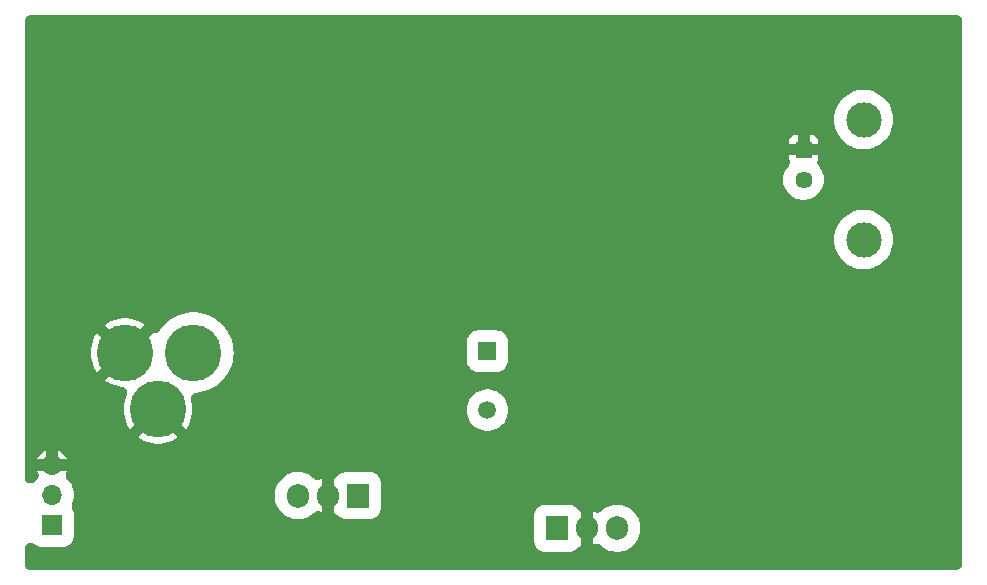
<source format=gbl>
%TF.GenerationSoftware,KiCad,Pcbnew,8.0.3-8.0.3-0~ubuntu23.10.1*%
%TF.CreationDate,2024-11-23T00:09:23-05:00*%
%TF.ProjectId,28mhz_class_e_amplifier_for_pi,32386d68-7a5f-4636-9c61-73735f655f61,alpha*%
%TF.SameCoordinates,Original*%
%TF.FileFunction,Copper,L2,Bot*%
%TF.FilePolarity,Positive*%
%FSLAX46Y46*%
G04 Gerber Fmt 4.6, Leading zero omitted, Abs format (unit mm)*
G04 Created by KiCad (PCBNEW 8.0.3-8.0.3-0~ubuntu23.10.1) date 2024-11-23 00:09:23*
%MOMM*%
%LPD*%
G01*
G04 APERTURE LIST*
%TA.AperFunction,ComponentPad*%
%ADD10R,1.446000X1.446000*%
%TD*%
%TA.AperFunction,ComponentPad*%
%ADD11C,1.446000*%
%TD*%
%TA.AperFunction,ComponentPad*%
%ADD12C,3.000000*%
%TD*%
%TA.AperFunction,ComponentPad*%
%ADD13R,1.700000X1.700000*%
%TD*%
%TA.AperFunction,ComponentPad*%
%ADD14O,1.700000X1.700000*%
%TD*%
%TA.AperFunction,ComponentPad*%
%ADD15O,1.905000X2.000000*%
%TD*%
%TA.AperFunction,ComponentPad*%
%ADD16R,1.905000X2.000000*%
%TD*%
%TA.AperFunction,ComponentPad*%
%ADD17C,4.800000*%
%TD*%
%TA.AperFunction,ComponentPad*%
%ADD18R,1.500000X1.500000*%
%TD*%
%TA.AperFunction,ComponentPad*%
%ADD19C,1.500000*%
%TD*%
%TA.AperFunction,ViaPad*%
%ADD20C,1.500000*%
%TD*%
%TA.AperFunction,ViaPad*%
%ADD21C,0.600000*%
%TD*%
%TA.AperFunction,Conductor*%
%ADD22C,0.200000*%
%TD*%
G04 APERTURE END LIST*
D10*
%TO.P,J1,1,In*%
%TO.N,0*%
X171975000Y-68360000D03*
D11*
%TO.P,J1,2,Ext*%
%TO.N,Net-(J1-In)*%
X171975000Y-70900000D03*
D12*
%TO.P,J1,MH1*%
%TO.N,N/C*%
X177055000Y-65820000D03*
%TO.P,J1,MH2*%
X177055000Y-75980000D03*
%TD*%
D13*
%TO.P,J3,1,Pin_1*%
%TO.N,Net-(J3-Pin_1)*%
X108350000Y-100155000D03*
D14*
%TO.P,J3,2,Pin_2*%
%TO.N,Net-(J3-Pin_2)*%
X108350000Y-97615000D03*
%TO.P,J3,3,Pin_3*%
%TO.N,0*%
X108350000Y-95075000D03*
%TD*%
D15*
%TO.P,RD16HHF1,1,D*%
%TO.N,0*%
X153640000Y-100425000D03*
D16*
%TO.P,RD16HHF1,2,G*%
%TO.N,Net-(M1-G)*%
X151100000Y-100425000D03*
D15*
%TO.P,RD16HHF1,3,S*%
%TO.N,Net-(M1-D)*%
X156180000Y-100425000D03*
%TD*%
D17*
%TO.P,J2,1,POWER*%
%TO.N,Net-(J2-POWER)*%
X120309500Y-85550000D03*
%TO.P,J2,2,GND_1*%
%TO.N,0*%
X114509500Y-85550000D03*
%TO.P,J2,3,GND_2*%
X117309500Y-90350000D03*
%TD*%
D16*
%TO.P,LM7805,1,VI*%
%TO.N,Net-(J2-POWER)*%
X134240000Y-97655000D03*
D15*
%TO.P,LM7805,2,GND*%
%TO.N,0*%
X131700000Y-97655000D03*
%TO.P,LM7805,3,VO*%
%TO.N,Net-(J3-Pin_1)*%
X129160000Y-97655000D03*
%TD*%
D18*
%TO.P,L1,1*%
%TO.N,Net-(J2-POWER)*%
X145200000Y-85425000D03*
D19*
%TO.P,L1,2*%
%TO.N,Net-(M1-D)*%
X145200000Y-90425000D03*
%TD*%
D20*
%TO.N,0*%
X138450000Y-72875000D03*
D21*
X130650000Y-72875000D03*
X163500000Y-73250000D03*
X127700000Y-83250000D03*
X131050000Y-73400000D03*
X129900000Y-101950000D03*
X163100000Y-72725000D03*
X128225000Y-82850000D03*
X162000000Y-100150000D03*
X131450000Y-72875000D03*
X151500000Y-73300000D03*
X134750000Y-102350000D03*
X151900000Y-72775000D03*
X151100000Y-72775000D03*
X126500000Y-91350000D03*
X130425000Y-102350000D03*
X134225000Y-102750000D03*
X163900000Y-72725000D03*
X134225000Y-101950000D03*
X162000000Y-100950000D03*
X127700000Y-82450000D03*
X162525000Y-100550000D03*
X129900000Y-102750000D03*
X127375000Y-91350000D03*
%TD*%
D22*
%TO.N,0*%
X134550000Y-102325000D02*
X134525000Y-102350000D01*
X151400000Y-72850000D02*
X151475000Y-72925000D01*
X108350000Y-95075000D02*
X108350000Y-95100000D01*
X138300000Y-73025000D02*
X138475000Y-72850000D01*
X163690000Y-73040000D02*
X163575000Y-72925000D01*
%TD*%
%TA.AperFunction,Conductor*%
%TO.N,0*%
G36*
X185041585Y-56995213D02*
G01*
X185170780Y-57054214D01*
X185278119Y-57147224D01*
X185354906Y-57266708D01*
X185394921Y-57402985D01*
X185400000Y-57474000D01*
X185400000Y-103451000D01*
X185379787Y-103591585D01*
X185320786Y-103720780D01*
X185227776Y-103828119D01*
X185108292Y-103904906D01*
X184972015Y-103944921D01*
X184901000Y-103950000D01*
X106524000Y-103950000D01*
X106383415Y-103929787D01*
X106254220Y-103870786D01*
X106146881Y-103777776D01*
X106070094Y-103658292D01*
X106030079Y-103522015D01*
X106025000Y-103451000D01*
X106025000Y-102143976D01*
X106045213Y-102003391D01*
X106104214Y-101874196D01*
X106197224Y-101766857D01*
X106316708Y-101690070D01*
X106452985Y-101650055D01*
X106595015Y-101650055D01*
X106731292Y-101690070D01*
X106839336Y-101757241D01*
X106946593Y-101844698D01*
X107126951Y-101938909D01*
X107322582Y-101994886D01*
X107441963Y-102005500D01*
X109258036Y-102005499D01*
X109377418Y-101994886D01*
X109573049Y-101938909D01*
X109753407Y-101844698D01*
X109874297Y-101746125D01*
X109911108Y-101716110D01*
X109911110Y-101716108D01*
X109964969Y-101650055D01*
X110039698Y-101558407D01*
X110133909Y-101378049D01*
X110189886Y-101182418D01*
X110200500Y-101063037D01*
X110200499Y-99246964D01*
X110189886Y-99127582D01*
X110133909Y-98931951D01*
X110120357Y-98906007D01*
X110061785Y-98793875D01*
X110014611Y-98659908D01*
X110007091Y-98518077D01*
X110036541Y-98388459D01*
X110130077Y-98137677D01*
X110186343Y-97879026D01*
X110205227Y-97615000D01*
X110195535Y-97479494D01*
X127207000Y-97479494D01*
X127207000Y-97830505D01*
X127240416Y-98084327D01*
X127306677Y-98331615D01*
X127306679Y-98331622D01*
X127404648Y-98568140D01*
X127532651Y-98789849D01*
X127532661Y-98789864D01*
X127688506Y-98992964D01*
X127688507Y-98992965D01*
X127869535Y-99173993D01*
X128072643Y-99329844D01*
X128136947Y-99366970D01*
X128294359Y-99457851D01*
X128424741Y-99511857D01*
X128530882Y-99555822D01*
X128778171Y-99622083D01*
X129031994Y-99655500D01*
X129031995Y-99655500D01*
X129288005Y-99655500D01*
X129288006Y-99655500D01*
X129541829Y-99622083D01*
X129789118Y-99555822D01*
X130025643Y-99457850D01*
X130247357Y-99329844D01*
X130450465Y-99173993D01*
X130510756Y-99113701D01*
X130624450Y-99028591D01*
X130757525Y-98978955D01*
X130899193Y-98968822D01*
X131037977Y-98999012D01*
X131090139Y-99021939D01*
X131142429Y-99048582D01*
X131200000Y-99067287D01*
X131200000Y-97888974D01*
X131259890Y-97992708D01*
X131362292Y-98095110D01*
X131487708Y-98167518D01*
X131627591Y-98205000D01*
X131772409Y-98205000D01*
X131912292Y-98167518D01*
X132037708Y-98095110D01*
X132140110Y-97992708D01*
X132200000Y-97888974D01*
X132200000Y-99067288D01*
X132324008Y-99157386D01*
X132391819Y-99186042D01*
X132501772Y-99275947D01*
X132520877Y-99298026D01*
X132576393Y-99366112D01*
X132734089Y-99494695D01*
X132734093Y-99494698D01*
X132914451Y-99588909D01*
X133110082Y-99644886D01*
X133229463Y-99655500D01*
X135250536Y-99655499D01*
X135369918Y-99644886D01*
X135565549Y-99588909D01*
X135745907Y-99494698D01*
X135902553Y-99366970D01*
X135902562Y-99366963D01*
X149147000Y-99366963D01*
X149147000Y-99366969D01*
X149147000Y-99366970D01*
X149147000Y-101483030D01*
X149157614Y-101602417D01*
X149213590Y-101798046D01*
X149213595Y-101798057D01*
X149307802Y-101978407D01*
X149307804Y-101978410D01*
X149436389Y-102136108D01*
X149436391Y-102136110D01*
X149594089Y-102264695D01*
X149594093Y-102264698D01*
X149774451Y-102358909D01*
X149970082Y-102414886D01*
X150089463Y-102425500D01*
X152110536Y-102425499D01*
X152229918Y-102414886D01*
X152425549Y-102358909D01*
X152605907Y-102264698D01*
X152763609Y-102136109D01*
X152819123Y-102068025D01*
X152923626Y-101971846D01*
X153020767Y-101923916D01*
X153140000Y-101837288D01*
X153140000Y-100658974D01*
X153199890Y-100762708D01*
X153302292Y-100865110D01*
X153427708Y-100937518D01*
X153567591Y-100975000D01*
X153712409Y-100975000D01*
X153852292Y-100937518D01*
X153977708Y-100865110D01*
X154080110Y-100762708D01*
X154140000Y-100658974D01*
X154140000Y-101837287D01*
X154197567Y-101818583D01*
X154249857Y-101791940D01*
X154384295Y-101746125D01*
X154526195Y-101740042D01*
X154664061Y-101774182D01*
X154786724Y-101845782D01*
X154829247Y-101883705D01*
X154889535Y-101943993D01*
X155092643Y-102099844D01*
X155155454Y-102136108D01*
X155314359Y-102227851D01*
X155550877Y-102325820D01*
X155550882Y-102325822D01*
X155798171Y-102392083D01*
X156051994Y-102425500D01*
X156051995Y-102425500D01*
X156308005Y-102425500D01*
X156308006Y-102425500D01*
X156561829Y-102392083D01*
X156809118Y-102325822D01*
X157045643Y-102227850D01*
X157267357Y-102099844D01*
X157470465Y-101943993D01*
X157651493Y-101762965D01*
X157807344Y-101559857D01*
X157935350Y-101338143D01*
X158033322Y-101101618D01*
X158099583Y-100854329D01*
X158133000Y-100600506D01*
X158133000Y-100249494D01*
X158099583Y-99995671D01*
X158033322Y-99748382D01*
X157994849Y-99655499D01*
X157935351Y-99511859D01*
X157925441Y-99494695D01*
X157807344Y-99290143D01*
X157774211Y-99246964D01*
X157651493Y-99087035D01*
X157470464Y-98906006D01*
X157267364Y-98750161D01*
X157267360Y-98750158D01*
X157267357Y-98750156D01*
X157267353Y-98750153D01*
X157267349Y-98750151D01*
X157045640Y-98622148D01*
X156809122Y-98524179D01*
X156809115Y-98524177D01*
X156561827Y-98457916D01*
X156346488Y-98429566D01*
X156308006Y-98424500D01*
X156051994Y-98424500D01*
X156018578Y-98428899D01*
X155798172Y-98457916D01*
X155550884Y-98524177D01*
X155550877Y-98524179D01*
X155314359Y-98622148D01*
X155092650Y-98750151D01*
X155092635Y-98750161D01*
X154889538Y-98906004D01*
X154829245Y-98966297D01*
X154715543Y-99051411D01*
X154582468Y-99101045D01*
X154440799Y-99111176D01*
X154302015Y-99080985D01*
X154249862Y-99058062D01*
X154197564Y-99031415D01*
X154140000Y-99012710D01*
X154140000Y-100191025D01*
X154080110Y-100087292D01*
X153977708Y-99984890D01*
X153852292Y-99912482D01*
X153712409Y-99875000D01*
X153567591Y-99875000D01*
X153427708Y-99912482D01*
X153302292Y-99984890D01*
X153199890Y-100087292D01*
X153140000Y-100191025D01*
X153140000Y-99012710D01*
X153015978Y-98922605D01*
X152948159Y-98893942D01*
X152838210Y-98804032D01*
X152819119Y-98781969D01*
X152763606Y-98713887D01*
X152605910Y-98585304D01*
X152605907Y-98585302D01*
X152425557Y-98491095D01*
X152425554Y-98491093D01*
X152425549Y-98491091D01*
X152309607Y-98457916D01*
X152229918Y-98435114D01*
X152110537Y-98424500D01*
X152110529Y-98424500D01*
X150089469Y-98424500D01*
X149970082Y-98435114D01*
X149774453Y-98491090D01*
X149774442Y-98491095D01*
X149594092Y-98585302D01*
X149594089Y-98585304D01*
X149436391Y-98713889D01*
X149436389Y-98713891D01*
X149307804Y-98871589D01*
X149307802Y-98871592D01*
X149213595Y-99051942D01*
X149213590Y-99051953D01*
X149157791Y-99246963D01*
X149157614Y-99247582D01*
X149147000Y-99366963D01*
X135902562Y-99366963D01*
X135903608Y-99366110D01*
X135903610Y-99366108D01*
X135965551Y-99290143D01*
X136032198Y-99208407D01*
X136126409Y-99028049D01*
X136182386Y-98832418D01*
X136193000Y-98713037D01*
X136192999Y-96596964D01*
X136182386Y-96477582D01*
X136126409Y-96281951D01*
X136032198Y-96101593D01*
X135959122Y-96011972D01*
X135903610Y-95943891D01*
X135903608Y-95943889D01*
X135745910Y-95815304D01*
X135745907Y-95815302D01*
X135565557Y-95721095D01*
X135565554Y-95721093D01*
X135565549Y-95721091D01*
X135449607Y-95687916D01*
X135369918Y-95665114D01*
X135250537Y-95654500D01*
X135250529Y-95654500D01*
X133229469Y-95654500D01*
X133110082Y-95665114D01*
X132914453Y-95721090D01*
X132914442Y-95721095D01*
X132734092Y-95815302D01*
X132734089Y-95815304D01*
X132576394Y-95943887D01*
X132520878Y-96011972D01*
X132416370Y-96108153D01*
X132319257Y-96156066D01*
X132200000Y-96242710D01*
X132200000Y-97421025D01*
X132140110Y-97317292D01*
X132037708Y-97214890D01*
X131912292Y-97142482D01*
X131772409Y-97105000D01*
X131627591Y-97105000D01*
X131487708Y-97142482D01*
X131362292Y-97214890D01*
X131259890Y-97317292D01*
X131200000Y-97421025D01*
X131200000Y-96242710D01*
X131142435Y-96261415D01*
X131142428Y-96261418D01*
X131090134Y-96288063D01*
X130955695Y-96333875D01*
X130813795Y-96339957D01*
X130675930Y-96305813D01*
X130553269Y-96234212D01*
X130510752Y-96196294D01*
X130450464Y-96136006D01*
X130247364Y-95980161D01*
X130247360Y-95980158D01*
X130247357Y-95980156D01*
X130247353Y-95980153D01*
X130247349Y-95980151D01*
X130025640Y-95852148D01*
X129789122Y-95754179D01*
X129789115Y-95754177D01*
X129541827Y-95687916D01*
X129326488Y-95659566D01*
X129288006Y-95654500D01*
X129031994Y-95654500D01*
X128998578Y-95658899D01*
X128778172Y-95687916D01*
X128530884Y-95754177D01*
X128530877Y-95754179D01*
X128294359Y-95852148D01*
X128072650Y-95980151D01*
X128072635Y-95980161D01*
X127869535Y-96136006D01*
X127688506Y-96317035D01*
X127532661Y-96520135D01*
X127532651Y-96520150D01*
X127404648Y-96741859D01*
X127306679Y-96978377D01*
X127306677Y-96978384D01*
X127240416Y-97225672D01*
X127207000Y-97479494D01*
X110195535Y-97479494D01*
X110186343Y-97350974D01*
X110130077Y-97092322D01*
X110037574Y-96844311D01*
X110037574Y-96844310D01*
X109997538Y-96770992D01*
X109910716Y-96611989D01*
X109752087Y-96400085D01*
X109637410Y-96285408D01*
X109552295Y-96171708D01*
X109502661Y-96038633D01*
X109492528Y-95896965D01*
X109522719Y-95758180D01*
X109538010Y-95721675D01*
X109606406Y-95575000D01*
X108415826Y-95575000D01*
X108542993Y-95540925D01*
X108657007Y-95475099D01*
X108750099Y-95382007D01*
X108815925Y-95267993D01*
X108850000Y-95140826D01*
X108850000Y-95009174D01*
X108815925Y-94882007D01*
X108750099Y-94767993D01*
X108657007Y-94674901D01*
X108542993Y-94609075D01*
X108415826Y-94575000D01*
X108850000Y-94575000D01*
X109606406Y-94575000D01*
X109523601Y-94397424D01*
X109523598Y-94397420D01*
X109388111Y-94203923D01*
X109388106Y-94203917D01*
X109221083Y-94036894D01*
X109221078Y-94036890D01*
X109027577Y-93901398D01*
X108850000Y-93818592D01*
X108850000Y-94575000D01*
X108415826Y-94575000D01*
X108284174Y-94575000D01*
X108157007Y-94609075D01*
X108042993Y-94674901D01*
X107949901Y-94767993D01*
X107884075Y-94882007D01*
X107850000Y-95009174D01*
X107850000Y-95140826D01*
X107884075Y-95267993D01*
X107949901Y-95382007D01*
X108042993Y-95475099D01*
X108157007Y-95540925D01*
X108284174Y-95575000D01*
X107093592Y-95575000D01*
X107161989Y-95721676D01*
X107203084Y-95857631D01*
X107204211Y-95999657D01*
X107165279Y-96136247D01*
X107089442Y-96256336D01*
X107062590Y-96285408D01*
X106947912Y-96400085D01*
X106923468Y-96432740D01*
X106823036Y-96533170D01*
X106698379Y-96601236D01*
X106559594Y-96631426D01*
X106417926Y-96621292D01*
X106284851Y-96571657D01*
X106171151Y-96486540D01*
X106086036Y-96372839D01*
X106036403Y-96239763D01*
X106025000Y-96133697D01*
X106025000Y-94575000D01*
X107093594Y-94575000D01*
X107850000Y-94575000D01*
X107850000Y-93818593D01*
X107672420Y-93901400D01*
X107478923Y-94036888D01*
X107478917Y-94036893D01*
X107311893Y-94203917D01*
X107311888Y-94203923D01*
X107176401Y-94397420D01*
X107176398Y-94397424D01*
X107093594Y-94575000D01*
X106025000Y-94575000D01*
X106025000Y-85550000D01*
X111604585Y-85550000D01*
X111624226Y-85887237D01*
X111682884Y-86219906D01*
X111682889Y-86219930D01*
X111779773Y-86543541D01*
X111913573Y-86853722D01*
X112082481Y-87146279D01*
X112135242Y-87217149D01*
X112135243Y-87217150D01*
X113081228Y-86271164D01*
X113141057Y-86388583D01*
X113289088Y-86592330D01*
X113467170Y-86770412D01*
X113670917Y-86918443D01*
X113788334Y-86978270D01*
X112842187Y-87924417D01*
X113057042Y-88065730D01*
X113358916Y-88217337D01*
X113358917Y-88217338D01*
X113676359Y-88332877D01*
X113676369Y-88332880D01*
X114005059Y-88410781D01*
X114274793Y-88442309D01*
X114412080Y-88478706D01*
X114533552Y-88552308D01*
X114629368Y-88657150D01*
X114691764Y-88784740D01*
X114715688Y-88924741D01*
X114699199Y-89065811D01*
X114675052Y-89135579D01*
X114579773Y-89356458D01*
X114482889Y-89680069D01*
X114482884Y-89680093D01*
X114424226Y-90012762D01*
X114404585Y-90350000D01*
X114424226Y-90687237D01*
X114482884Y-91019906D01*
X114482889Y-91019930D01*
X114579773Y-91343541D01*
X114713573Y-91653722D01*
X114882481Y-91946279D01*
X114935242Y-92017149D01*
X115881228Y-91071163D01*
X115941057Y-91188583D01*
X116089088Y-91392330D01*
X116267170Y-91570412D01*
X116470917Y-91718443D01*
X116588334Y-91778270D01*
X115642187Y-92724417D01*
X115857042Y-92865730D01*
X116158916Y-93017337D01*
X116158917Y-93017338D01*
X116476359Y-93132877D01*
X116476369Y-93132880D01*
X116805059Y-93210781D01*
X117140591Y-93250000D01*
X117478409Y-93250000D01*
X117813937Y-93210781D01*
X117813942Y-93210781D01*
X118142630Y-93132880D01*
X118142640Y-93132877D01*
X118460082Y-93017338D01*
X118460083Y-93017337D01*
X118761947Y-92865735D01*
X118761954Y-92865731D01*
X118976810Y-92724417D01*
X118030664Y-91778270D01*
X118148083Y-91718443D01*
X118351830Y-91570412D01*
X118529912Y-91392330D01*
X118677943Y-91188583D01*
X118737770Y-91071164D01*
X119683756Y-92017150D01*
X119736517Y-91946281D01*
X119905426Y-91653722D01*
X120039226Y-91343541D01*
X120136110Y-91019930D01*
X120136115Y-91019906D01*
X120194773Y-90687237D01*
X120210046Y-90425000D01*
X143444592Y-90425000D01*
X143464198Y-90686630D01*
X143464199Y-90686634D01*
X143522580Y-90942415D01*
X143522582Y-90942422D01*
X143618425Y-91186629D01*
X143618430Y-91186639D01*
X143618432Y-91186643D01*
X143749614Y-91413857D01*
X143874462Y-91570412D01*
X143913197Y-91618983D01*
X144105519Y-91797432D01*
X144157364Y-91832779D01*
X144322296Y-91945228D01*
X144558677Y-92059063D01*
X144809385Y-92136396D01*
X145068818Y-92175500D01*
X145068823Y-92175500D01*
X145331177Y-92175500D01*
X145331182Y-92175500D01*
X145590615Y-92136396D01*
X145841323Y-92059063D01*
X146077704Y-91945228D01*
X146294479Y-91797433D01*
X146486805Y-91618981D01*
X146650386Y-91413857D01*
X146781568Y-91186643D01*
X146781572Y-91186632D01*
X146781574Y-91186629D01*
X146847007Y-91019906D01*
X146877420Y-90942416D01*
X146935802Y-90686630D01*
X146955408Y-90425000D01*
X146935802Y-90163370D01*
X146877420Y-89907584D01*
X146810005Y-89735813D01*
X146781574Y-89663370D01*
X146781570Y-89663363D01*
X146781568Y-89663357D01*
X146650386Y-89436143D01*
X146486805Y-89231019D01*
X146426306Y-89174884D01*
X146294480Y-89052567D01*
X146077710Y-88904776D01*
X146077709Y-88904775D01*
X146077704Y-88904772D01*
X145925269Y-88831363D01*
X145841330Y-88790940D01*
X145841328Y-88790939D01*
X145841325Y-88790938D01*
X145841323Y-88790937D01*
X145590615Y-88713604D01*
X145590611Y-88713603D01*
X145590612Y-88713603D01*
X145481409Y-88697143D01*
X145331182Y-88674500D01*
X145068818Y-88674500D01*
X144918590Y-88697143D01*
X144809388Y-88713603D01*
X144809385Y-88713604D01*
X144578768Y-88784740D01*
X144558671Y-88790939D01*
X144558669Y-88790940D01*
X144322298Y-88904771D01*
X144322289Y-88904776D01*
X144105519Y-89052567D01*
X143913197Y-89231016D01*
X143749621Y-89436133D01*
X143749608Y-89436152D01*
X143618433Y-89663355D01*
X143618425Y-89663370D01*
X143522582Y-89907577D01*
X143522580Y-89907584D01*
X143464198Y-90163370D01*
X143444592Y-90425000D01*
X120210046Y-90425000D01*
X120214414Y-90350000D01*
X120194773Y-90012762D01*
X120136115Y-89680093D01*
X120136109Y-89680064D01*
X120107814Y-89585554D01*
X120086857Y-89445079D01*
X120106326Y-89304389D01*
X120164643Y-89174884D01*
X120257083Y-89067054D01*
X120376159Y-88989635D01*
X120512222Y-88948900D01*
X120531845Y-88946369D01*
X120860448Y-88910632D01*
X121220566Y-88831364D01*
X121570003Y-88713625D01*
X121904662Y-88558795D01*
X122220619Y-88368690D01*
X122514170Y-88145538D01*
X122781873Y-87891956D01*
X123020590Y-87610917D01*
X123227522Y-87305716D01*
X123400243Y-86979930D01*
X123536727Y-86637379D01*
X123635375Y-86282081D01*
X123695031Y-85918199D01*
X123714994Y-85550000D01*
X123695031Y-85181801D01*
X123635375Y-84817919D01*
X123635371Y-84817905D01*
X123635370Y-84817899D01*
X123579582Y-84616970D01*
X123579580Y-84616963D01*
X143449500Y-84616963D01*
X143449500Y-84616969D01*
X143449500Y-84616970D01*
X143449500Y-86233030D01*
X143460114Y-86352417D01*
X143516090Y-86548046D01*
X143516095Y-86548057D01*
X143610302Y-86728407D01*
X143610304Y-86728410D01*
X143738889Y-86886108D01*
X143738891Y-86886110D01*
X143896589Y-87014695D01*
X143896593Y-87014698D01*
X144076951Y-87108909D01*
X144272582Y-87164886D01*
X144391963Y-87175500D01*
X146008036Y-87175499D01*
X146127418Y-87164886D01*
X146323049Y-87108909D01*
X146503407Y-87014698D01*
X146661109Y-86886109D01*
X146789698Y-86728407D01*
X146883909Y-86548049D01*
X146939886Y-86352418D01*
X146950500Y-86233037D01*
X146950499Y-84616964D01*
X146939886Y-84497582D01*
X146883909Y-84301951D01*
X146789698Y-84121593D01*
X146788455Y-84120068D01*
X146661110Y-83963891D01*
X146661108Y-83963889D01*
X146503410Y-83835304D01*
X146503407Y-83835302D01*
X146323057Y-83741095D01*
X146323054Y-83741093D01*
X146323049Y-83741091D01*
X146127418Y-83685114D01*
X146008037Y-83674500D01*
X146008029Y-83674500D01*
X144391969Y-83674500D01*
X144272582Y-83685114D01*
X144076953Y-83741090D01*
X144076942Y-83741095D01*
X143896592Y-83835302D01*
X143896589Y-83835304D01*
X143738891Y-83963889D01*
X143738889Y-83963891D01*
X143610304Y-84121589D01*
X143610302Y-84121592D01*
X143516095Y-84301942D01*
X143516090Y-84301953D01*
X143470117Y-84462623D01*
X143460114Y-84497582D01*
X143449500Y-84616963D01*
X123579580Y-84616963D01*
X123536727Y-84462621D01*
X123400243Y-84120070D01*
X123259273Y-83854172D01*
X123227526Y-83794291D01*
X123227525Y-83794289D01*
X123020595Y-83489090D01*
X123020591Y-83489084D01*
X122992962Y-83456557D01*
X122781873Y-83208044D01*
X122781863Y-83208035D01*
X122781857Y-83208028D01*
X122514181Y-82954471D01*
X122514180Y-82954470D01*
X122514172Y-82954464D01*
X122514170Y-82954462D01*
X122220619Y-82731310D01*
X122085481Y-82650000D01*
X121904670Y-82541209D01*
X121904661Y-82541204D01*
X121570003Y-82386374D01*
X121220566Y-82268636D01*
X120860448Y-82189368D01*
X120493870Y-82149500D01*
X120125130Y-82149500D01*
X119758552Y-82189368D01*
X119758547Y-82189368D01*
X119758547Y-82189369D01*
X119398433Y-82268636D01*
X119048996Y-82386374D01*
X118714338Y-82541204D01*
X118714329Y-82541209D01*
X118398388Y-82731305D01*
X118398377Y-82731312D01*
X118104819Y-82954470D01*
X118104818Y-82954471D01*
X117837142Y-83208028D01*
X117837128Y-83208043D01*
X117598408Y-83489084D01*
X117598401Y-83489095D01*
X117472128Y-83675333D01*
X117376504Y-83780350D01*
X117255166Y-83854172D01*
X117117945Y-83890820D01*
X117022857Y-83892981D01*
X116883757Y-83882847D01*
X115937770Y-84828834D01*
X115877943Y-84711417D01*
X115729912Y-84507670D01*
X115551830Y-84329588D01*
X115348083Y-84181557D01*
X115230664Y-84121728D01*
X116176811Y-83175581D01*
X115961951Y-83034266D01*
X115660083Y-82882662D01*
X115660082Y-82882661D01*
X115342640Y-82767122D01*
X115342630Y-82767119D01*
X115013940Y-82689218D01*
X114678409Y-82650000D01*
X114340591Y-82650000D01*
X114005062Y-82689218D01*
X114005057Y-82689218D01*
X113676369Y-82767119D01*
X113676359Y-82767122D01*
X113358917Y-82882661D01*
X113358916Y-82882662D01*
X113057043Y-83034268D01*
X112842187Y-83175581D01*
X113788335Y-84121729D01*
X113670917Y-84181557D01*
X113467170Y-84329588D01*
X113289088Y-84507670D01*
X113141057Y-84711417D01*
X113081229Y-84828835D01*
X112135242Y-83882849D01*
X112082483Y-83953717D01*
X111913573Y-84246277D01*
X111779773Y-84556458D01*
X111682889Y-84880069D01*
X111682884Y-84880093D01*
X111624226Y-85212762D01*
X111604585Y-85550000D01*
X106025000Y-85550000D01*
X106025000Y-75979993D01*
X174549556Y-75979993D01*
X174549556Y-75980006D01*
X174569310Y-76294008D01*
X174569312Y-76294019D01*
X174628267Y-76603073D01*
X174628268Y-76603078D01*
X174725498Y-76902320D01*
X174725501Y-76902326D01*
X174859458Y-77186999D01*
X174859467Y-77187015D01*
X175028047Y-77452655D01*
X175028053Y-77452663D01*
X175228610Y-77695094D01*
X175457970Y-77910478D01*
X175712516Y-78095416D01*
X175988234Y-78246994D01*
X176280775Y-78362819D01*
X176585527Y-78441066D01*
X176897682Y-78480500D01*
X176897685Y-78480500D01*
X177212315Y-78480500D01*
X177212318Y-78480500D01*
X177524473Y-78441066D01*
X177829225Y-78362819D01*
X178121766Y-78246994D01*
X178397484Y-78095416D01*
X178652030Y-77910478D01*
X178881390Y-77695094D01*
X179081947Y-77452663D01*
X179250537Y-77187007D01*
X179384503Y-76902315D01*
X179481731Y-76603079D01*
X179540688Y-76294015D01*
X179540688Y-76294012D01*
X179540689Y-76294008D01*
X179560444Y-75980006D01*
X179560444Y-75979993D01*
X179540689Y-75665991D01*
X179540687Y-75665980D01*
X179481732Y-75356926D01*
X179481731Y-75356921D01*
X179384501Y-75057679D01*
X179384498Y-75057673D01*
X179250541Y-74773000D01*
X179250532Y-74772984D01*
X179081952Y-74507344D01*
X179081944Y-74507333D01*
X179017614Y-74429573D01*
X178881390Y-74264906D01*
X178652030Y-74049522D01*
X178397484Y-73864584D01*
X178397482Y-73864583D01*
X178397481Y-73864582D01*
X178397475Y-73864579D01*
X178121762Y-73713004D01*
X177829225Y-73597181D01*
X177829221Y-73597180D01*
X177524473Y-73518934D01*
X177524470Y-73518933D01*
X177524468Y-73518933D01*
X177212330Y-73479501D01*
X177212321Y-73479500D01*
X177212318Y-73479500D01*
X176897682Y-73479500D01*
X176897679Y-73479500D01*
X176897669Y-73479501D01*
X176585531Y-73518933D01*
X176280778Y-73597180D01*
X176280774Y-73597181D01*
X175988237Y-73713004D01*
X175712524Y-73864579D01*
X175712518Y-73864582D01*
X175457966Y-74049525D01*
X175228608Y-74264908D01*
X175028055Y-74507333D01*
X175028047Y-74507344D01*
X174859467Y-74772984D01*
X174859458Y-74773000D01*
X174725501Y-75057673D01*
X174725498Y-75057679D01*
X174628268Y-75356921D01*
X174628267Y-75356926D01*
X174569312Y-75665980D01*
X174569310Y-75665991D01*
X174549556Y-75979993D01*
X106025000Y-75979993D01*
X106025000Y-70900000D01*
X170246667Y-70900000D01*
X170265971Y-71157595D01*
X170265972Y-71157599D01*
X170323453Y-71409438D01*
X170323453Y-71409440D01*
X170417823Y-71649891D01*
X170417826Y-71649897D01*
X170546983Y-71873604D01*
X170546984Y-71873605D01*
X170708042Y-72075565D01*
X170897402Y-72251265D01*
X171110834Y-72396780D01*
X171110838Y-72396782D01*
X171110837Y-72396782D01*
X171223463Y-72451020D01*
X171343569Y-72508860D01*
X171590410Y-72585000D01*
X171845842Y-72623500D01*
X171845846Y-72623500D01*
X172104154Y-72623500D01*
X172104158Y-72623500D01*
X172359590Y-72585000D01*
X172483010Y-72546930D01*
X172606429Y-72508861D01*
X172622971Y-72500894D01*
X172839167Y-72396780D01*
X173052598Y-72251265D01*
X173241958Y-72075565D01*
X173403016Y-71873605D01*
X173532174Y-71649896D01*
X173626548Y-71409435D01*
X173684029Y-71157595D01*
X173703333Y-70900000D01*
X173684029Y-70642405D01*
X173626548Y-70390565D01*
X173532174Y-70150104D01*
X173403016Y-69926395D01*
X173403015Y-69926393D01*
X173403012Y-69926390D01*
X173248045Y-69732067D01*
X173176195Y-69609551D01*
X173141773Y-69471755D01*
X173147566Y-69329843D01*
X173170641Y-69246563D01*
X173191597Y-69190375D01*
X173198000Y-69130824D01*
X173198000Y-68860000D01*
X170752000Y-68860000D01*
X170752000Y-69130824D01*
X170758402Y-69190376D01*
X170779360Y-69246568D01*
X170809549Y-69385353D01*
X170799415Y-69527021D01*
X170749779Y-69660096D01*
X170701955Y-69732066D01*
X170546986Y-69926391D01*
X170546984Y-69926393D01*
X170417826Y-70150102D01*
X170417823Y-70150108D01*
X170323453Y-70390559D01*
X170323453Y-70390561D01*
X170323452Y-70390564D01*
X170323452Y-70390565D01*
X170265971Y-70642405D01*
X170246667Y-70900000D01*
X106025000Y-70900000D01*
X106025000Y-68301415D01*
X171530000Y-68301415D01*
X171530000Y-68418585D01*
X171560326Y-68531764D01*
X171618911Y-68633236D01*
X171701764Y-68716089D01*
X171803236Y-68774674D01*
X171916415Y-68805000D01*
X172033585Y-68805000D01*
X172146764Y-68774674D01*
X172248236Y-68716089D01*
X172331089Y-68633236D01*
X172389674Y-68531764D01*
X172420000Y-68418585D01*
X172420000Y-68301415D01*
X172389674Y-68188236D01*
X172331089Y-68086764D01*
X172248236Y-68003911D01*
X172146764Y-67945326D01*
X172033585Y-67915000D01*
X171916415Y-67915000D01*
X171803236Y-67945326D01*
X171701764Y-68003911D01*
X171618911Y-68086764D01*
X171560326Y-68188236D01*
X171530000Y-68301415D01*
X106025000Y-68301415D01*
X106025000Y-67589175D01*
X170752000Y-67589175D01*
X170752000Y-67860000D01*
X171475000Y-67860000D01*
X172475000Y-67860000D01*
X173198000Y-67860000D01*
X173198000Y-67589175D01*
X173191597Y-67529625D01*
X173141352Y-67394910D01*
X173141351Y-67394909D01*
X173055188Y-67279811D01*
X172940090Y-67193648D01*
X172940089Y-67193647D01*
X172805374Y-67143402D01*
X172745825Y-67137000D01*
X172475000Y-67137000D01*
X172475000Y-67860000D01*
X171475000Y-67860000D01*
X171475000Y-67137000D01*
X171204175Y-67137000D01*
X171144625Y-67143402D01*
X171009910Y-67193647D01*
X171009909Y-67193648D01*
X170894811Y-67279811D01*
X170808648Y-67394909D01*
X170808647Y-67394910D01*
X170758402Y-67529625D01*
X170752000Y-67589175D01*
X106025000Y-67589175D01*
X106025000Y-65819993D01*
X174549556Y-65819993D01*
X174549556Y-65820006D01*
X174569310Y-66134008D01*
X174569312Y-66134019D01*
X174628267Y-66443073D01*
X174628268Y-66443078D01*
X174725498Y-66742320D01*
X174725501Y-66742326D01*
X174859458Y-67026999D01*
X174859467Y-67027015D01*
X175028047Y-67292655D01*
X175028055Y-67292666D01*
X175112639Y-67394910D01*
X175228610Y-67535094D01*
X175457970Y-67750478D01*
X175712516Y-67935416D01*
X175988234Y-68086994D01*
X176280775Y-68202819D01*
X176585527Y-68281066D01*
X176897682Y-68320500D01*
X176897685Y-68320500D01*
X177212315Y-68320500D01*
X177212318Y-68320500D01*
X177524473Y-68281066D01*
X177829225Y-68202819D01*
X178121766Y-68086994D01*
X178397484Y-67935416D01*
X178652030Y-67750478D01*
X178881390Y-67535094D01*
X179081947Y-67292663D01*
X179176671Y-67143402D01*
X179250532Y-67027015D01*
X179250532Y-67027013D01*
X179250537Y-67027007D01*
X179384503Y-66742315D01*
X179481731Y-66443079D01*
X179540688Y-66134015D01*
X179540688Y-66134012D01*
X179540689Y-66134008D01*
X179560444Y-65820006D01*
X179560444Y-65819993D01*
X179540689Y-65505991D01*
X179540687Y-65505980D01*
X179481732Y-65196926D01*
X179481731Y-65196921D01*
X179384501Y-64897679D01*
X179384498Y-64897673D01*
X179250541Y-64613000D01*
X179250532Y-64612984D01*
X179081952Y-64347344D01*
X179081944Y-64347333D01*
X179017614Y-64269573D01*
X178881390Y-64104906D01*
X178652030Y-63889522D01*
X178397484Y-63704584D01*
X178397482Y-63704583D01*
X178397481Y-63704582D01*
X178397475Y-63704579D01*
X178121762Y-63553004D01*
X177829225Y-63437181D01*
X177829221Y-63437180D01*
X177524473Y-63358934D01*
X177524470Y-63358933D01*
X177524468Y-63358933D01*
X177212330Y-63319501D01*
X177212321Y-63319500D01*
X177212318Y-63319500D01*
X176897682Y-63319500D01*
X176897679Y-63319500D01*
X176897669Y-63319501D01*
X176585531Y-63358933D01*
X176280778Y-63437180D01*
X176280774Y-63437181D01*
X175988237Y-63553004D01*
X175712524Y-63704579D01*
X175712518Y-63704582D01*
X175457966Y-63889525D01*
X175228608Y-64104908D01*
X175028055Y-64347333D01*
X175028047Y-64347344D01*
X174859467Y-64612984D01*
X174859458Y-64613000D01*
X174725501Y-64897673D01*
X174725498Y-64897679D01*
X174628268Y-65196921D01*
X174628267Y-65196926D01*
X174569312Y-65505980D01*
X174569310Y-65505991D01*
X174549556Y-65819993D01*
X106025000Y-65819993D01*
X106025000Y-57474000D01*
X106045213Y-57333415D01*
X106104214Y-57204220D01*
X106197224Y-57096881D01*
X106316708Y-57020094D01*
X106452985Y-56980079D01*
X106524000Y-56975000D01*
X184901000Y-56975000D01*
X185041585Y-56995213D01*
G37*
%TD.AperFunction*%
%TD*%
M02*

</source>
